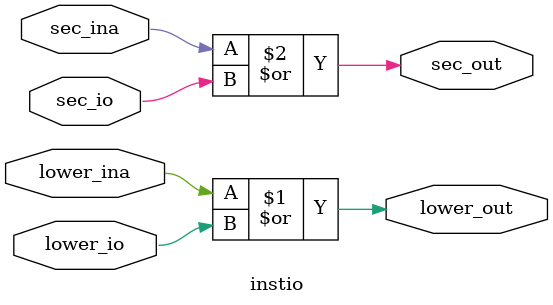
<source format=v>
module io1_sub(
	       /*AUTOARG*/
	       // Outputs
	       sec_out, lower_out,
	       // Inouts
	       sec_io, lower_io,
	       // Inputs
	       sec_ina, lower_ina
	       );

   /*AUTOINPUT*/
   // Beginning of automatic inputs (from unused autoinst inputs)
   input		lower_ina;		// To instio of instio.v
   input		sec_ina;		// To instio of instio.v
   // End of automatics

   /*AUTOINOUT*/
   // Beginning of automatic inouts (from unused autoinst inouts)
   inout		lower_io;		// To/From instio of instio.v
   inout		sec_io;			// To/From instio of instio.v
   // End of automatics

   /*AUTOOUTPUT*/
   // Beginning of automatic outputs (from unused autoinst outputs)
   output		lower_out;		// From instio of instio.v
   output		sec_out;		// From instio of instio.v
   // End of automatics

   /* inst AUTO_TEMPLATE (
    .lower_inb		(1'b1),
    )*/


   instio instio (/*AUTOINST*/
		  // Outputs
		  .lower_out		(lower_out),
		  .sec_out		(sec_out),
		  // Inouts
		  .lower_io		(lower_io),
		  .sec_io		(sec_io),
		  // Inputs
		  .lower_ina		(lower_ina),
		  .sec_ina		(sec_ina));

endmodule

module instio (/*AUTOARG*/
	       // Outputs
	       lower_out, sec_out,
	       // Inouts
	       lower_io, sec_io,
	       // Inputs
	       lower_ina, sec_ina
	       );

   input lower_ina;
   inout lower_io;
   output lower_out;
   input sec_ina;
   inout sec_io;
   output sec_out;

   wire   lower_out = lower_ina | lower_io;
   wire   sec_out = sec_ina | sec_io;

endmodule


</source>
